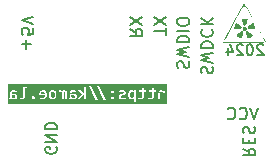
<source format=gbr>
%TF.GenerationSoftware,KiCad,Pcbnew,8.0.0-rc2-74-g5f063dd458*%
%TF.CreationDate,2024-01-29T02:35:24+02:00*%
%TF.ProjectId,SamoProg,53616d6f-5072-46f6-972e-6b696361645f,rev?*%
%TF.SameCoordinates,Original*%
%TF.FileFunction,Legend,Bot*%
%TF.FilePolarity,Positive*%
%FSLAX46Y46*%
G04 Gerber Fmt 4.6, Leading zero omitted, Abs format (unit mm)*
G04 Created by KiCad (PCBNEW 8.0.0-rc2-74-g5f063dd458) date 2024-01-29 02:35:24*
%MOMM*%
%LPD*%
G01*
G04 APERTURE LIST*
%ADD10C,0.000000*%
%ADD11C,0.150000*%
%ADD12C,0.250000*%
G04 APERTURE END LIST*
D10*
G36*
X146453246Y-34774463D02*
G01*
X146463053Y-34777443D01*
X146472467Y-34781952D01*
X146481725Y-34787888D01*
X146488763Y-34793116D01*
X146495325Y-34798251D01*
X146501408Y-34803345D01*
X146507012Y-34808448D01*
X146512136Y-34813614D01*
X146516777Y-34818894D01*
X146520936Y-34824339D01*
X146524610Y-34830001D01*
X146527798Y-34835932D01*
X146530499Y-34842183D01*
X146532712Y-34848806D01*
X146534435Y-34855853D01*
X146535668Y-34863375D01*
X146536408Y-34871425D01*
X146536654Y-34880053D01*
X146536406Y-34889312D01*
X146535662Y-34899253D01*
X146534420Y-34909927D01*
X146532679Y-34921387D01*
X146530439Y-34933685D01*
X146527697Y-34946871D01*
X146524453Y-34960997D01*
X146520705Y-34976116D01*
X146516452Y-34992279D01*
X146511692Y-35009537D01*
X146506425Y-35027942D01*
X146494362Y-35068401D01*
X146480252Y-35114070D01*
X146464086Y-35165360D01*
X146443705Y-35225298D01*
X146434057Y-35251688D01*
X146424730Y-35275769D01*
X146415691Y-35297596D01*
X146406912Y-35317227D01*
X146398359Y-35334719D01*
X146390003Y-35350128D01*
X146381812Y-35363511D01*
X146373756Y-35374926D01*
X146365803Y-35384428D01*
X146357922Y-35392075D01*
X146350083Y-35397924D01*
X146342254Y-35402032D01*
X146334404Y-35404454D01*
X146326503Y-35405249D01*
X146319593Y-35404660D01*
X146311490Y-35402936D01*
X146292059Y-35396333D01*
X146268917Y-35385948D01*
X146242773Y-35372287D01*
X146214335Y-35355855D01*
X146184310Y-35337160D01*
X146153407Y-35316709D01*
X146122333Y-35295006D01*
X146091796Y-35272560D01*
X146062505Y-35249875D01*
X146035168Y-35227460D01*
X146010491Y-35205820D01*
X145989184Y-35185461D01*
X145971954Y-35166890D01*
X145959510Y-35150613D01*
X145955303Y-35143494D01*
X145952559Y-35137138D01*
X145952215Y-35134929D01*
X145952498Y-35132280D01*
X145953394Y-35129205D01*
X145954887Y-35125721D01*
X145956965Y-35121841D01*
X145959612Y-35117581D01*
X145966559Y-35107979D01*
X145975615Y-35097033D01*
X145986665Y-35084862D01*
X145999596Y-35071586D01*
X146014295Y-35057322D01*
X146030647Y-35042190D01*
X146048539Y-35026309D01*
X146067857Y-35009798D01*
X146088488Y-34992775D01*
X146110318Y-34975359D01*
X146133233Y-34957669D01*
X146157120Y-34939825D01*
X146181864Y-34921944D01*
X146251469Y-34872197D01*
X146281284Y-34851529D01*
X146308092Y-34833529D01*
X146332131Y-34818091D01*
X146353637Y-34805114D01*
X146372848Y-34794492D01*
X146390003Y-34786124D01*
X146405339Y-34779906D01*
X146419093Y-34775734D01*
X146431504Y-34773505D01*
X146442810Y-34773116D01*
X146453246Y-34774463D01*
G37*
G36*
X145939747Y-34068457D02*
G01*
X145941650Y-34069157D01*
X145947198Y-34071901D01*
X145954958Y-34076360D01*
X145964796Y-34082443D01*
X145990165Y-34099103D01*
X146022232Y-34121138D01*
X146059922Y-34147803D01*
X146102159Y-34178354D01*
X146147868Y-34212047D01*
X146195975Y-34248138D01*
X146262500Y-34300000D01*
X146290334Y-34322467D01*
X146314762Y-34342892D01*
X146335945Y-34361477D01*
X146354043Y-34378425D01*
X146369216Y-34393935D01*
X146381624Y-34408211D01*
X146391428Y-34421453D01*
X146398788Y-34433863D01*
X146403863Y-34445643D01*
X146405595Y-34451359D01*
X146406815Y-34456993D01*
X146407544Y-34462571D01*
X146407803Y-34468117D01*
X146406987Y-34479214D01*
X146404528Y-34490487D01*
X146400586Y-34502138D01*
X146398554Y-34508248D01*
X146396396Y-34514018D01*
X146394072Y-34519461D01*
X146391540Y-34524586D01*
X146388756Y-34529407D01*
X146385680Y-34533935D01*
X146382270Y-34538180D01*
X146378483Y-34542156D01*
X146374277Y-34545874D01*
X146369611Y-34549344D01*
X146364442Y-34552580D01*
X146358729Y-34555592D01*
X146352429Y-34558392D01*
X146345500Y-34560992D01*
X146337901Y-34563404D01*
X146329590Y-34565638D01*
X146320524Y-34567707D01*
X146310662Y-34569622D01*
X146299961Y-34571396D01*
X146288380Y-34573038D01*
X146275876Y-34574562D01*
X146262408Y-34575979D01*
X146247934Y-34577300D01*
X146232411Y-34578537D01*
X146198052Y-34580805D01*
X146158996Y-34582877D01*
X146114906Y-34584846D01*
X146065448Y-34586805D01*
X145755003Y-34597388D01*
X145779698Y-34456277D01*
X145784581Y-34427424D01*
X145791149Y-34396773D01*
X145799185Y-34364841D01*
X145808471Y-34332143D01*
X145818791Y-34299198D01*
X145829927Y-34266521D01*
X145841663Y-34234630D01*
X145853781Y-34204041D01*
X145866064Y-34175271D01*
X145878296Y-34148837D01*
X145890259Y-34125255D01*
X145901737Y-34105043D01*
X145912511Y-34088716D01*
X145922366Y-34076793D01*
X145926881Y-34072644D01*
X145931084Y-34069789D01*
X145934949Y-34068293D01*
X145938448Y-34068221D01*
X145939747Y-34068457D01*
G37*
G36*
X146727381Y-33715719D02*
G01*
X146793879Y-33719192D01*
X146822546Y-33721796D01*
X146847064Y-33724980D01*
X146866610Y-33728742D01*
X146880364Y-33733083D01*
X146882555Y-33734343D01*
X146884498Y-33736139D01*
X146886193Y-33738469D01*
X146887640Y-33741330D01*
X146888839Y-33744721D01*
X146889790Y-33748640D01*
X146890493Y-33753084D01*
X146890947Y-33758053D01*
X146891154Y-33763543D01*
X146891113Y-33769553D01*
X146890286Y-33783126D01*
X146888467Y-33798756D01*
X146885656Y-33816426D01*
X146881852Y-33836123D01*
X146877057Y-33857829D01*
X146871269Y-33881531D01*
X146864489Y-33907211D01*
X146856717Y-33934856D01*
X146847953Y-33964448D01*
X146838196Y-33995973D01*
X146827447Y-34029416D01*
X146799894Y-34115481D01*
X146777011Y-34182158D01*
X146766818Y-34208987D01*
X146757188Y-34231884D01*
X146747920Y-34251153D01*
X146738812Y-34267100D01*
X146729663Y-34280028D01*
X146720271Y-34290244D01*
X146710434Y-34298051D01*
X146699951Y-34303756D01*
X146688621Y-34307662D01*
X146676242Y-34310074D01*
X146662613Y-34311298D01*
X146647531Y-34311638D01*
X146633030Y-34311299D01*
X146626277Y-34310818D01*
X146619825Y-34310081D01*
X146613650Y-34309049D01*
X146607727Y-34307685D01*
X146602033Y-34305951D01*
X146596543Y-34303811D01*
X146591235Y-34301226D01*
X146586083Y-34298159D01*
X146581065Y-34294573D01*
X146576155Y-34290430D01*
X146571331Y-34285693D01*
X146566568Y-34280324D01*
X146561843Y-34274286D01*
X146557131Y-34267541D01*
X146552409Y-34260052D01*
X146547653Y-34251781D01*
X146542839Y-34242692D01*
X146537942Y-34232745D01*
X146532940Y-34221905D01*
X146527808Y-34210134D01*
X146522522Y-34197393D01*
X146517058Y-34183646D01*
X146505502Y-34152983D01*
X146492949Y-34117845D01*
X146479208Y-34077931D01*
X146464086Y-34032944D01*
X146438255Y-33952776D01*
X146418832Y-33888360D01*
X146411458Y-33861503D01*
X146405609Y-33837917D01*
X146401259Y-33817380D01*
X146398382Y-33799669D01*
X146396951Y-33784563D01*
X146396941Y-33771840D01*
X146398327Y-33761276D01*
X146401082Y-33752651D01*
X146405181Y-33745741D01*
X146410598Y-33740324D01*
X146417306Y-33736179D01*
X146425281Y-33733083D01*
X146439655Y-33728742D01*
X146459739Y-33724980D01*
X146484711Y-33721796D01*
X146513751Y-33719192D01*
X146580744Y-33715719D01*
X146654145Y-33714562D01*
X146727381Y-33715719D01*
G37*
G36*
X146697974Y-34426383D02*
G01*
X146708172Y-34427751D01*
X146718086Y-34429543D01*
X146727670Y-34431763D01*
X146736876Y-34434419D01*
X146745658Y-34437514D01*
X146753970Y-34441056D01*
X146761766Y-34445051D01*
X146768998Y-34449503D01*
X146775620Y-34454419D01*
X146781586Y-34459805D01*
X146791763Y-34471018D01*
X146800494Y-34482783D01*
X146807820Y-34495032D01*
X146813784Y-34507698D01*
X146818428Y-34520713D01*
X146821793Y-34534010D01*
X146823922Y-34547519D01*
X146824857Y-34561173D01*
X146824639Y-34574905D01*
X146823311Y-34588647D01*
X146820914Y-34602331D01*
X146817491Y-34615888D01*
X146813084Y-34629252D01*
X146807734Y-34642354D01*
X146801483Y-34655127D01*
X146794375Y-34667503D01*
X146786449Y-34679413D01*
X146777749Y-34690791D01*
X146768317Y-34701568D01*
X146758194Y-34711676D01*
X146747423Y-34721048D01*
X146736045Y-34729615D01*
X146724102Y-34737311D01*
X146711637Y-34744067D01*
X146698691Y-34749815D01*
X146685307Y-34754487D01*
X146671526Y-34758016D01*
X146657391Y-34760334D01*
X146642942Y-34761373D01*
X146628224Y-34761065D01*
X146613276Y-34759343D01*
X146598142Y-34756138D01*
X146588687Y-34753467D01*
X146579513Y-34750105D01*
X146570633Y-34746085D01*
X146562058Y-34741441D01*
X146553801Y-34736205D01*
X146545874Y-34730411D01*
X146538289Y-34724090D01*
X146531059Y-34717277D01*
X146524196Y-34710004D01*
X146517712Y-34702304D01*
X146511619Y-34694210D01*
X146505931Y-34685755D01*
X146500658Y-34676971D01*
X146495813Y-34667893D01*
X146491409Y-34658552D01*
X146487458Y-34648982D01*
X146483972Y-34639215D01*
X146480963Y-34629285D01*
X146478444Y-34619225D01*
X146476427Y-34609067D01*
X146474924Y-34598844D01*
X146473947Y-34588590D01*
X146473509Y-34578337D01*
X146473622Y-34568119D01*
X146474299Y-34557967D01*
X146475551Y-34547916D01*
X146477391Y-34537997D01*
X146479830Y-34528245D01*
X146482883Y-34518692D01*
X146486560Y-34509370D01*
X146490873Y-34500314D01*
X146495836Y-34491555D01*
X146500521Y-34485086D01*
X146505944Y-34478912D01*
X146512060Y-34473039D01*
X146518822Y-34467474D01*
X146526183Y-34462220D01*
X146534098Y-34457286D01*
X146542518Y-34452675D01*
X146551399Y-34448395D01*
X146560693Y-34444450D01*
X146570354Y-34440847D01*
X146590590Y-34434690D01*
X146611736Y-34429969D01*
X146633420Y-34426732D01*
X146655269Y-34425024D01*
X146676911Y-34424892D01*
X146697974Y-34426383D01*
G37*
G36*
X146861124Y-34772378D02*
G01*
X146867252Y-34773069D01*
X146873638Y-34774206D01*
X146880309Y-34775803D01*
X146887290Y-34777869D01*
X146894606Y-34780417D01*
X146902284Y-34783459D01*
X146910350Y-34787006D01*
X146918830Y-34791070D01*
X146927748Y-34795662D01*
X146937132Y-34800794D01*
X146947006Y-34806478D01*
X146968331Y-34819547D01*
X146991930Y-34834962D01*
X147018010Y-34852816D01*
X147046776Y-34873203D01*
X147078437Y-34896214D01*
X147113198Y-34921944D01*
X147159755Y-34957695D01*
X147200234Y-34989840D01*
X147234679Y-35018822D01*
X147249650Y-35032265D01*
X147263128Y-35045085D01*
X147275118Y-35057337D01*
X147285625Y-35069075D01*
X147294653Y-35080356D01*
X147302209Y-35091236D01*
X147308298Y-35101769D01*
X147312924Y-35112011D01*
X147316092Y-35122019D01*
X147317809Y-35131847D01*
X147318078Y-35141550D01*
X147316906Y-35151186D01*
X147314297Y-35160808D01*
X147310257Y-35170473D01*
X147304790Y-35180236D01*
X147297903Y-35190153D01*
X147289599Y-35200279D01*
X147279885Y-35210670D01*
X147268765Y-35221382D01*
X147256245Y-35232469D01*
X147227023Y-35255994D01*
X147192262Y-35281689D01*
X147152003Y-35309999D01*
X147115648Y-35334614D01*
X147083080Y-35355440D01*
X147053955Y-35372329D01*
X147040574Y-35379250D01*
X147027925Y-35385130D01*
X147015962Y-35389951D01*
X147004643Y-35393694D01*
X146993926Y-35396340D01*
X146983765Y-35397870D01*
X146974119Y-35398266D01*
X146964944Y-35397509D01*
X146956196Y-35395580D01*
X146947833Y-35392461D01*
X146939811Y-35388133D01*
X146932086Y-35382576D01*
X146924616Y-35375773D01*
X146917358Y-35367705D01*
X146910267Y-35358352D01*
X146903301Y-35347696D01*
X146896416Y-35335719D01*
X146889569Y-35322402D01*
X146882718Y-35307725D01*
X146875817Y-35291670D01*
X146861699Y-35255353D01*
X146846867Y-35213300D01*
X146830975Y-35165360D01*
X146799687Y-35066948D01*
X146787327Y-35025702D01*
X146777122Y-34989247D01*
X146769045Y-34957195D01*
X146763072Y-34929158D01*
X146759177Y-34904748D01*
X146757333Y-34883579D01*
X146757515Y-34865262D01*
X146759696Y-34849411D01*
X146763852Y-34835636D01*
X146769956Y-34823552D01*
X146777982Y-34812769D01*
X146787905Y-34802902D01*
X146799698Y-34793561D01*
X146813336Y-34784360D01*
X146818302Y-34781551D01*
X146823293Y-34779084D01*
X146828335Y-34776971D01*
X146833456Y-34775224D01*
X146838679Y-34773854D01*
X146844032Y-34772873D01*
X146849540Y-34772292D01*
X146855229Y-34772123D01*
X146861124Y-34772378D01*
G37*
G36*
X147364403Y-34064858D02*
G01*
X147365276Y-34065344D01*
X147366285Y-34066144D01*
X147367425Y-34067250D01*
X147370080Y-34070344D01*
X147373206Y-34074560D01*
X147376765Y-34079831D01*
X147380723Y-34086088D01*
X147385042Y-34093265D01*
X147389687Y-34101294D01*
X147394621Y-34110109D01*
X147399809Y-34119643D01*
X147410799Y-34140596D01*
X147422367Y-34163616D01*
X147434225Y-34188166D01*
X147446393Y-34215603D01*
X147458810Y-34246925D01*
X147471060Y-34281059D01*
X147482732Y-34316930D01*
X147493412Y-34353462D01*
X147502686Y-34389580D01*
X147506667Y-34407148D01*
X147510141Y-34424210D01*
X147513058Y-34440631D01*
X147515364Y-34456277D01*
X147540059Y-34597388D01*
X147229614Y-34586805D01*
X147136066Y-34582877D01*
X147062651Y-34578537D01*
X147032654Y-34575979D01*
X147006682Y-34573038D01*
X146984400Y-34569622D01*
X146965472Y-34565638D01*
X146949561Y-34560992D01*
X146936333Y-34555592D01*
X146925451Y-34549344D01*
X146916579Y-34542156D01*
X146909381Y-34533935D01*
X146903522Y-34524586D01*
X146898665Y-34514018D01*
X146894475Y-34502138D01*
X146892329Y-34496253D01*
X146890536Y-34490487D01*
X146889117Y-34484816D01*
X146888095Y-34479214D01*
X146887491Y-34473656D01*
X146887328Y-34468117D01*
X146887628Y-34462571D01*
X146888412Y-34456993D01*
X146889702Y-34451359D01*
X146891521Y-34445643D01*
X146893890Y-34439819D01*
X146896832Y-34433863D01*
X146900367Y-34427749D01*
X146904519Y-34421453D01*
X146909310Y-34414949D01*
X146914760Y-34408211D01*
X146920892Y-34401215D01*
X146927729Y-34393935D01*
X146935292Y-34386347D01*
X146943602Y-34378425D01*
X146952683Y-34370143D01*
X146962555Y-34361477D01*
X146984764Y-34342892D01*
X147010404Y-34322467D01*
X147039652Y-34300000D01*
X147072681Y-34275291D01*
X147109670Y-34248138D01*
X147204920Y-34176315D01*
X147284295Y-34118051D01*
X147315549Y-34095761D01*
X147339857Y-34078970D01*
X147356228Y-34068380D01*
X147361127Y-34065630D01*
X147363670Y-34064694D01*
X147364403Y-34064858D01*
G37*
G36*
X148474920Y-35726277D02*
G01*
X148473201Y-35727920D01*
X148466796Y-35729540D01*
X148440359Y-35732706D01*
X148336013Y-35738679D01*
X148168830Y-35744074D01*
X147945753Y-35748767D01*
X147359701Y-35755546D01*
X146633420Y-35758027D01*
X145323291Y-35753617D01*
X144924377Y-35749097D01*
X144777808Y-35743916D01*
X144797302Y-35708638D01*
X144848364Y-35708638D01*
X144884841Y-35711270D01*
X144989365Y-35713819D01*
X145373121Y-35718339D01*
X145940763Y-35721537D01*
X146633420Y-35722749D01*
X147326352Y-35720269D01*
X147890632Y-35713489D01*
X148269041Y-35703401D01*
X148370664Y-35697428D01*
X148404364Y-35690999D01*
X148109629Y-35148438D01*
X147501694Y-34062489D01*
X146899712Y-32999691D01*
X146622836Y-32526583D01*
X146601118Y-32561530D01*
X146546328Y-32656669D01*
X146352079Y-33001069D01*
X145726781Y-34121138D01*
X145106333Y-35237680D01*
X144848364Y-35708638D01*
X144797302Y-35708638D01*
X145695472Y-34083215D01*
X146626364Y-32417221D01*
X146646401Y-32448337D01*
X146701330Y-32542457D01*
X146900649Y-32892589D01*
X147193895Y-33413378D01*
X147550642Y-34050582D01*
X148455461Y-35690999D01*
X148474920Y-35726277D01*
G37*
D11*
X148205357Y-35994271D02*
X148162500Y-35951414D01*
X148162500Y-35951414D02*
X148076786Y-35908557D01*
X148076786Y-35908557D02*
X147862500Y-35908557D01*
X147862500Y-35908557D02*
X147776786Y-35951414D01*
X147776786Y-35951414D02*
X147733928Y-35994271D01*
X147733928Y-35994271D02*
X147691071Y-36079985D01*
X147691071Y-36079985D02*
X147691071Y-36165700D01*
X147691071Y-36165700D02*
X147733928Y-36294271D01*
X147733928Y-36294271D02*
X148248214Y-36808557D01*
X148248214Y-36808557D02*
X147691071Y-36808557D01*
X147133928Y-35908557D02*
X147048214Y-35908557D01*
X147048214Y-35908557D02*
X146962500Y-35951414D01*
X146962500Y-35951414D02*
X146919643Y-35994271D01*
X146919643Y-35994271D02*
X146876785Y-36079985D01*
X146876785Y-36079985D02*
X146833928Y-36251414D01*
X146833928Y-36251414D02*
X146833928Y-36465700D01*
X146833928Y-36465700D02*
X146876785Y-36637128D01*
X146876785Y-36637128D02*
X146919643Y-36722842D01*
X146919643Y-36722842D02*
X146962500Y-36765700D01*
X146962500Y-36765700D02*
X147048214Y-36808557D01*
X147048214Y-36808557D02*
X147133928Y-36808557D01*
X147133928Y-36808557D02*
X147219643Y-36765700D01*
X147219643Y-36765700D02*
X147262500Y-36722842D01*
X147262500Y-36722842D02*
X147305357Y-36637128D01*
X147305357Y-36637128D02*
X147348214Y-36465700D01*
X147348214Y-36465700D02*
X147348214Y-36251414D01*
X147348214Y-36251414D02*
X147305357Y-36079985D01*
X147305357Y-36079985D02*
X147262500Y-35994271D01*
X147262500Y-35994271D02*
X147219643Y-35951414D01*
X147219643Y-35951414D02*
X147133928Y-35908557D01*
X146491071Y-35994271D02*
X146448214Y-35951414D01*
X146448214Y-35951414D02*
X146362500Y-35908557D01*
X146362500Y-35908557D02*
X146148214Y-35908557D01*
X146148214Y-35908557D02*
X146062500Y-35951414D01*
X146062500Y-35951414D02*
X146019642Y-35994271D01*
X146019642Y-35994271D02*
X145976785Y-36079985D01*
X145976785Y-36079985D02*
X145976785Y-36165700D01*
X145976785Y-36165700D02*
X146019642Y-36294271D01*
X146019642Y-36294271D02*
X146533928Y-36808557D01*
X146533928Y-36808557D02*
X145976785Y-36808557D01*
X145205357Y-36208557D02*
X145205357Y-36808557D01*
X145419642Y-35865700D02*
X145633928Y-36508557D01*
X145633928Y-36508557D02*
X145076785Y-36508557D01*
D12*
G36*
X130438843Y-39900158D02*
G01*
X130481830Y-39923789D01*
X130518710Y-39958105D01*
X130549729Y-39998039D01*
X130549729Y-40343886D01*
X130516610Y-40382878D01*
X130486470Y-40405191D01*
X130439402Y-40422934D01*
X130403428Y-40426441D01*
X130353496Y-40418908D01*
X130309229Y-40393509D01*
X130283016Y-40362693D01*
X130261249Y-40315481D01*
X130249640Y-40267098D01*
X130243714Y-40217024D01*
X130241739Y-40159727D01*
X130243053Y-40109360D01*
X130247594Y-40059968D01*
X130257326Y-40009827D01*
X130258347Y-40006099D01*
X130277231Y-39957663D01*
X130307196Y-39919637D01*
X130351885Y-39896796D01*
X130389506Y-39892281D01*
X130438843Y-39900158D01*
G37*
G36*
X137152590Y-39900158D02*
G01*
X137195577Y-39923789D01*
X137232458Y-39958105D01*
X137263476Y-39998039D01*
X137263476Y-40343886D01*
X137230358Y-40382878D01*
X137200218Y-40405191D01*
X137153150Y-40422934D01*
X137117175Y-40426441D01*
X137067243Y-40418908D01*
X137022976Y-40393509D01*
X136996763Y-40362693D01*
X136974996Y-40315481D01*
X136963387Y-40267098D01*
X136957461Y-40217024D01*
X136955486Y-40159727D01*
X136956800Y-40109360D01*
X136961341Y-40059968D01*
X136971073Y-40009827D01*
X136972095Y-40006099D01*
X136990978Y-39957663D01*
X137020943Y-39919637D01*
X137065632Y-39896796D01*
X137103253Y-39892281D01*
X137152590Y-39900158D01*
G37*
G36*
X127076932Y-40176687D02*
G01*
X127125322Y-40184791D01*
X127170927Y-40202619D01*
X127183818Y-40211263D01*
X127216209Y-40248649D01*
X127230461Y-40296694D01*
X127231202Y-40312379D01*
X127224225Y-40361323D01*
X127199450Y-40402260D01*
X127154069Y-40427342D01*
X127105416Y-40433279D01*
X127055433Y-40426179D01*
X127012360Y-40408122D01*
X126971144Y-40377897D01*
X126938843Y-40337536D01*
X126938843Y-40174382D01*
X127025549Y-40174382D01*
X127076932Y-40176687D01*
G37*
G36*
X129612207Y-39894781D02*
G01*
X129656548Y-39916935D01*
X129682178Y-39939909D01*
X129710357Y-39982966D01*
X129727759Y-40034181D01*
X129736048Y-40083430D01*
X129737866Y-40103796D01*
X129395437Y-40103796D01*
X129399055Y-40054672D01*
X129409147Y-40006634D01*
X129430139Y-39958311D01*
X129440134Y-39943572D01*
X129476908Y-39909340D01*
X129523848Y-39890908D01*
X129560790Y-39887397D01*
X129612207Y-39894781D01*
G37*
G36*
X132112242Y-40176687D02*
G01*
X132160632Y-40184791D01*
X132206238Y-40202619D01*
X132219129Y-40211263D01*
X132251520Y-40248649D01*
X132265772Y-40296694D01*
X132266512Y-40312379D01*
X132259535Y-40361323D01*
X132234760Y-40402260D01*
X132189380Y-40427342D01*
X132140727Y-40433279D01*
X132090743Y-40426179D01*
X132047670Y-40408122D01*
X132006454Y-40377897D01*
X131974153Y-40337536D01*
X131974153Y-40174382D01*
X132060860Y-40174382D01*
X132112242Y-40176687D01*
G37*
G36*
X140062936Y-40956639D02*
G01*
X126603794Y-40956639D01*
X126603794Y-40441828D01*
X126728794Y-40441828D01*
X126763721Y-40548318D01*
X126811631Y-40538554D01*
X126857754Y-40518276D01*
X126895767Y-40483620D01*
X126917105Y-40445980D01*
X126953635Y-40483304D01*
X126997340Y-40512323D01*
X127019931Y-40522916D01*
X127067845Y-40538693D01*
X127118163Y-40547188D01*
X127153044Y-40548806D01*
X127206075Y-40544853D01*
X127258801Y-40530953D01*
X127304186Y-40507045D01*
X127304489Y-40506796D01*
X127595123Y-40506796D01*
X127642255Y-40526145D01*
X127676212Y-40536106D01*
X127727503Y-40545631D01*
X127777993Y-40548757D01*
X127785633Y-40548806D01*
X127838237Y-40544898D01*
X127890044Y-40531160D01*
X127934047Y-40507529D01*
X127959045Y-40486280D01*
X127988916Y-40447301D01*
X128003793Y-40413007D01*
X128597496Y-40413007D01*
X128605923Y-40461283D01*
X128615326Y-40481395D01*
X128647769Y-40519297D01*
X128664174Y-40530488D01*
X128712324Y-40547357D01*
X128733295Y-40548806D01*
X128782001Y-40540148D01*
X128801927Y-40530488D01*
X128839478Y-40497819D01*
X128850532Y-40481395D01*
X128866951Y-40433426D01*
X128868361Y-40413007D01*
X128859934Y-40364637D01*
X128850532Y-40344863D01*
X128818214Y-40307411D01*
X128801927Y-40296259D01*
X128754030Y-40279390D01*
X128733295Y-40277941D01*
X128684148Y-40286599D01*
X128664174Y-40296259D01*
X128626398Y-40328675D01*
X128615326Y-40344863D01*
X128598906Y-40392410D01*
X128597496Y-40413007D01*
X128003793Y-40413007D01*
X128009011Y-40400980D01*
X128019330Y-40347318D01*
X128020839Y-40314333D01*
X128020839Y-40140921D01*
X129243518Y-40140921D01*
X129244740Y-40178290D01*
X129247182Y-40210774D01*
X129737133Y-40210774D01*
X129731120Y-40259538D01*
X129717166Y-40308685D01*
X129704893Y-40334361D01*
X129675491Y-40373659D01*
X129635847Y-40403274D01*
X129633086Y-40404703D01*
X129586435Y-40421556D01*
X129535389Y-40427173D01*
X129486151Y-40423470D01*
X129437654Y-40411357D01*
X129434760Y-40410321D01*
X129388354Y-40389987D01*
X129344405Y-40364603D01*
X129341460Y-40362693D01*
X129273560Y-40456482D01*
X129315017Y-40485620D01*
X129361350Y-40510017D01*
X129394949Y-40523649D01*
X129443653Y-40537972D01*
X129494723Y-40546349D01*
X129543204Y-40548806D01*
X129598403Y-40545753D01*
X129649206Y-40536594D01*
X129695612Y-40521329D01*
X129737622Y-40499958D01*
X129779258Y-40469310D01*
X129814867Y-40432595D01*
X129844448Y-40389814D01*
X129858278Y-40363426D01*
X129876336Y-40317997D01*
X129889235Y-40269148D01*
X129896975Y-40216880D01*
X129899555Y-40161193D01*
X129899452Y-40158995D01*
X130077119Y-40158995D01*
X130077146Y-40159727D01*
X130079134Y-40213781D01*
X130085179Y-40265546D01*
X130095254Y-40314287D01*
X130109359Y-40360006D01*
X130129967Y-40406608D01*
X130158666Y-40451364D01*
X130193470Y-40488726D01*
X130205102Y-40498492D01*
X130247621Y-40525025D01*
X130296102Y-40541731D01*
X130344833Y-40548364D01*
X130362151Y-40548806D01*
X130410864Y-40544891D01*
X130461269Y-40530828D01*
X130506057Y-40506537D01*
X130545228Y-40472019D01*
X130549729Y-40466985D01*
X130549729Y-40814298D01*
X130706533Y-40831639D01*
X130706533Y-40530000D01*
X130888494Y-40530000D01*
X131027712Y-40530000D01*
X131027712Y-40002191D01*
X131029727Y-39952304D01*
X131035772Y-39918904D01*
X131077538Y-39893747D01*
X131126151Y-39907387D01*
X131131271Y-39910355D01*
X131169231Y-39943939D01*
X131186714Y-39966531D01*
X131186714Y-40530000D01*
X131313232Y-40530000D01*
X131313232Y-40002191D01*
X131315247Y-39952304D01*
X131321292Y-39918904D01*
X131363058Y-39893747D01*
X131410555Y-39906463D01*
X131417280Y-39910355D01*
X131454799Y-39943939D01*
X131472234Y-39966531D01*
X131472234Y-40530000D01*
X131612185Y-40530000D01*
X131612185Y-40441828D01*
X131764105Y-40441828D01*
X131799031Y-40548318D01*
X131846941Y-40538554D01*
X131893065Y-40518276D01*
X131931078Y-40483620D01*
X131952416Y-40445980D01*
X131988946Y-40483304D01*
X132032650Y-40512323D01*
X132055242Y-40522916D01*
X132103156Y-40538693D01*
X132153473Y-40547188D01*
X132188354Y-40548806D01*
X132241386Y-40544853D01*
X132294112Y-40530953D01*
X132295921Y-40530000D01*
X132541774Y-40530000D01*
X132733504Y-40530000D01*
X133051264Y-40125289D01*
X132755975Y-39790921D01*
X132573037Y-39790921D01*
X132871990Y-40121137D01*
X132541774Y-40530000D01*
X132295921Y-40530000D01*
X132339497Y-40507045D01*
X132365675Y-40485547D01*
X132397317Y-40446815D01*
X132418603Y-40401784D01*
X132429534Y-40350455D01*
X132431132Y-40319218D01*
X132425453Y-40264202D01*
X132408417Y-40215903D01*
X132380024Y-40174321D01*
X132340273Y-40139455D01*
X132296664Y-40114902D01*
X132245552Y-40096379D01*
X132195769Y-40085302D01*
X132140474Y-40078656D01*
X132090184Y-40076502D01*
X132079666Y-40076441D01*
X131974153Y-40076441D01*
X131974153Y-40028080D01*
X131981248Y-39976704D01*
X132007065Y-39933753D01*
X132017140Y-39925254D01*
X132061532Y-39903716D01*
X132110373Y-39894855D01*
X132138529Y-39893747D01*
X132190030Y-39897468D01*
X132226700Y-39903272D01*
X132276317Y-39914228D01*
X132324563Y-39928520D01*
X132335144Y-39932093D01*
X132373735Y-39821695D01*
X132326393Y-39805512D01*
X132275537Y-39791545D01*
X132237936Y-39783593D01*
X132189484Y-39776003D01*
X132140095Y-39771733D01*
X132114837Y-39771137D01*
X132061803Y-39773455D01*
X132006637Y-39782021D01*
X131958694Y-39796897D01*
X131912745Y-39821627D01*
X131893309Y-39837083D01*
X131857889Y-39878039D01*
X131834061Y-39926993D01*
X131822612Y-39977224D01*
X131820036Y-40019043D01*
X131820036Y-40174382D01*
X131820036Y-40348771D01*
X131813802Y-40397247D01*
X131806847Y-40412030D01*
X131765921Y-40441207D01*
X131764105Y-40441828D01*
X131612185Y-40441828D01*
X131612185Y-39790921D01*
X131493972Y-39790921D01*
X131483469Y-39870544D01*
X131450558Y-39830671D01*
X131414837Y-39798981D01*
X131371049Y-39777255D01*
X131325200Y-39771137D01*
X131275741Y-39779342D01*
X131248996Y-39792142D01*
X131214559Y-39828193D01*
X131198438Y-39865659D01*
X131165587Y-39827618D01*
X131128585Y-39797515D01*
X131082875Y-39776933D01*
X131036017Y-39771137D01*
X130986844Y-39778293D01*
X130960546Y-39789455D01*
X130924138Y-39822829D01*
X130907789Y-39853203D01*
X130893940Y-39903789D01*
X130888965Y-39955772D01*
X130888494Y-39980453D01*
X130888494Y-40530000D01*
X130706533Y-40530000D01*
X130706533Y-39790921D01*
X130570001Y-39790921D01*
X130560232Y-39885931D01*
X130526801Y-39846936D01*
X130486243Y-39813839D01*
X130462534Y-39799958D01*
X130416442Y-39781297D01*
X130364910Y-39771841D01*
X130346031Y-39771137D01*
X130294030Y-39774943D01*
X130243502Y-39788100D01*
X130196737Y-39813426D01*
X130189227Y-39819253D01*
X130152568Y-39856811D01*
X130125854Y-39899019D01*
X130105437Y-39948908D01*
X130103742Y-39954319D01*
X130090872Y-40005762D01*
X130082969Y-40055511D01*
X130078393Y-40109046D01*
X130077119Y-40158995D01*
X129899452Y-40158995D01*
X129897021Y-40106986D01*
X129889419Y-40055741D01*
X129876748Y-40007457D01*
X129859010Y-39962135D01*
X129833323Y-39915554D01*
X129802149Y-39874731D01*
X129765489Y-39839665D01*
X129742751Y-39822672D01*
X129697842Y-39797760D01*
X129648297Y-39781001D01*
X129594116Y-39772395D01*
X129562011Y-39771137D01*
X129508690Y-39774692D01*
X129459735Y-39785356D01*
X129410462Y-39805545D01*
X129392262Y-39816078D01*
X129350989Y-39847686D01*
X129316013Y-39886641D01*
X129289918Y-39927981D01*
X129282353Y-39943084D01*
X129263580Y-39992011D01*
X129252051Y-40039913D01*
X129245377Y-40091967D01*
X129244928Y-40103796D01*
X129243518Y-40140921D01*
X128020839Y-40140921D01*
X128020839Y-39609448D01*
X128244077Y-39609448D01*
X128244077Y-39493921D01*
X127864035Y-39493921D01*
X127864035Y-40328499D01*
X127854220Y-40376576D01*
X127833016Y-40401039D01*
X127786686Y-40419300D01*
X127751927Y-40422288D01*
X127702191Y-40417612D01*
X127691355Y-40415205D01*
X127643763Y-40400818D01*
X127635179Y-40397620D01*
X127595123Y-40506796D01*
X127304489Y-40506796D01*
X127330364Y-40485547D01*
X127362006Y-40446815D01*
X127383292Y-40401784D01*
X127394223Y-40350455D01*
X127395821Y-40319218D01*
X127390143Y-40264202D01*
X127373107Y-40215903D01*
X127344713Y-40174321D01*
X127304963Y-40139455D01*
X127261354Y-40114902D01*
X127210241Y-40096379D01*
X127160459Y-40085302D01*
X127105164Y-40078656D01*
X127054873Y-40076502D01*
X127044356Y-40076441D01*
X126938843Y-40076441D01*
X126938843Y-40028080D01*
X126945937Y-39976704D01*
X126971755Y-39933753D01*
X126981830Y-39925254D01*
X127026222Y-39903716D01*
X127075063Y-39894855D01*
X127103218Y-39893747D01*
X127154719Y-39897468D01*
X127191390Y-39903272D01*
X127241007Y-39914228D01*
X127289252Y-39928520D01*
X127299834Y-39932093D01*
X127338424Y-39821695D01*
X127291082Y-39805512D01*
X127240226Y-39791545D01*
X127202625Y-39783593D01*
X127154173Y-39776003D01*
X127104785Y-39771733D01*
X127079527Y-39771137D01*
X127026493Y-39773455D01*
X126971326Y-39782021D01*
X126923383Y-39796897D01*
X126877435Y-39821627D01*
X126857998Y-39837083D01*
X126822578Y-39878039D01*
X126798750Y-39926993D01*
X126787302Y-39977224D01*
X126784726Y-40019043D01*
X126784726Y-40174382D01*
X126784726Y-40348771D01*
X126778492Y-40397247D01*
X126771536Y-40412030D01*
X126730610Y-40441207D01*
X126728794Y-40441828D01*
X126603794Y-40441828D01*
X126603794Y-39476580D01*
X133062500Y-39476580D01*
X133062500Y-40530000D01*
X133219303Y-40530000D01*
X133219303Y-39493921D01*
X133062500Y-39476580D01*
X126603794Y-39476580D01*
X126603794Y-39451179D01*
X133478934Y-39451179D01*
X134072688Y-40678988D01*
X134197252Y-40623056D01*
X133630282Y-39451179D01*
X134178934Y-39451179D01*
X134772688Y-40678988D01*
X134897252Y-40623056D01*
X134800118Y-40422288D01*
X135321013Y-40422288D01*
X135330050Y-40470954D01*
X135357161Y-40511926D01*
X135397705Y-40539586D01*
X135447042Y-40548806D01*
X135496074Y-40539586D01*
X135536680Y-40511926D01*
X135563974Y-40470954D01*
X135573072Y-40422288D01*
X135562801Y-40371928D01*
X135536680Y-40334361D01*
X135514450Y-40319218D01*
X135986086Y-40319218D01*
X135991512Y-40370692D01*
X136009808Y-40419012D01*
X136032004Y-40449888D01*
X136070346Y-40484246D01*
X136112675Y-40509163D01*
X136152416Y-40524870D01*
X136200024Y-40537493D01*
X136249731Y-40545440D01*
X136301537Y-40548713D01*
X136312151Y-40548806D01*
X136361930Y-40546959D01*
X136413736Y-40540465D01*
X136466086Y-40527767D01*
X136490204Y-40519253D01*
X136538787Y-40496978D01*
X136581771Y-40471124D01*
X136615989Y-40444515D01*
X136532702Y-40349504D01*
X136492277Y-40377587D01*
X136447083Y-40400715D01*
X136433295Y-40406413D01*
X136386319Y-40420645D01*
X136336279Y-40427622D01*
X136312151Y-40428394D01*
X136261272Y-40424719D01*
X136212679Y-40411142D01*
X136195403Y-40402260D01*
X136160249Y-40366325D01*
X136151927Y-40329720D01*
X136163090Y-40281120D01*
X136164628Y-40278429D01*
X136201638Y-40245921D01*
X136214942Y-40239106D01*
X136262569Y-40220849D01*
X136311113Y-40206595D01*
X136329736Y-40201737D01*
X136377668Y-40187831D01*
X136425153Y-40170818D01*
X136452406Y-40158995D01*
X136790867Y-40158995D01*
X136790894Y-40159727D01*
X136792882Y-40213781D01*
X136798927Y-40265546D01*
X136809002Y-40314287D01*
X136823107Y-40360006D01*
X136843715Y-40406608D01*
X136872413Y-40451364D01*
X136907218Y-40488726D01*
X136918850Y-40498492D01*
X136961368Y-40525025D01*
X137009849Y-40541731D01*
X137058581Y-40548364D01*
X137075898Y-40548806D01*
X137124611Y-40544891D01*
X137175017Y-40530828D01*
X137219805Y-40506537D01*
X137258975Y-40472019D01*
X137263476Y-40466985D01*
X137263476Y-40814298D01*
X137420280Y-40831639D01*
X137420280Y-40490921D01*
X137642053Y-40490921D01*
X137686688Y-40514307D01*
X137735965Y-40531684D01*
X137739506Y-40532686D01*
X137790022Y-40543706D01*
X137842408Y-40548554D01*
X137857719Y-40548806D01*
X137911076Y-40545616D01*
X137964813Y-40534155D01*
X138010826Y-40514360D01*
X138041755Y-40490921D01*
X138481271Y-40490921D01*
X138525907Y-40514307D01*
X138575183Y-40531684D01*
X138578724Y-40532686D01*
X138629240Y-40543706D01*
X138681627Y-40548554D01*
X138696938Y-40548806D01*
X138750294Y-40545616D01*
X138804031Y-40534155D01*
X138813689Y-40530000D01*
X139345647Y-40530000D01*
X139502451Y-40530000D01*
X139502451Y-40015380D01*
X139507313Y-39964403D01*
X139527852Y-39919881D01*
X139571320Y-39894903D01*
X139608941Y-39890816D01*
X139657634Y-39899017D01*
X139675863Y-39906692D01*
X139717328Y-39932803D01*
X139734726Y-39947725D01*
X139768204Y-39983932D01*
X139781132Y-40001458D01*
X139781132Y-40530000D01*
X139937936Y-40530000D01*
X139937936Y-39495387D01*
X139781132Y-39478534D01*
X139781132Y-39881046D01*
X139745297Y-39843975D01*
X139705203Y-39814460D01*
X139676107Y-39798981D01*
X139626567Y-39780953D01*
X139575978Y-39772116D01*
X139552276Y-39771137D01*
X139503458Y-39774755D01*
X139451795Y-39789452D01*
X139406977Y-39818678D01*
X139396938Y-39829023D01*
X139367736Y-39874163D01*
X139351707Y-39924767D01*
X139345847Y-39978101D01*
X139345647Y-39990956D01*
X139345647Y-40530000D01*
X138813689Y-40530000D01*
X138850044Y-40514360D01*
X138892576Y-40482128D01*
X138924927Y-40441142D01*
X138946689Y-40393471D01*
X138957146Y-40345485D01*
X138959499Y-40306029D01*
X138959499Y-39904982D01*
X139123874Y-39904982D01*
X139123874Y-39790921D01*
X138959499Y-39790921D01*
X138959499Y-39625568D01*
X138802695Y-39606762D01*
X138802695Y-39790921D01*
X138553323Y-39790921D01*
X138570908Y-39904982D01*
X138802695Y-39904982D01*
X138802695Y-40304563D01*
X138796148Y-40353726D01*
X138772897Y-40393224D01*
X138727319Y-40416725D01*
X138675200Y-40422288D01*
X138624721Y-40418081D01*
X138600462Y-40412519D01*
X138554237Y-40395348D01*
X138537936Y-40387117D01*
X138481271Y-40490921D01*
X138041755Y-40490921D01*
X138053358Y-40482128D01*
X138085708Y-40441142D01*
X138107471Y-40393471D01*
X138117928Y-40345485D01*
X138120280Y-40306029D01*
X138120280Y-39904982D01*
X138284656Y-39904982D01*
X138284656Y-39790921D01*
X138120280Y-39790921D01*
X138120280Y-39625568D01*
X137963476Y-39606762D01*
X137963476Y-39790921D01*
X137714105Y-39790921D01*
X137731690Y-39904982D01*
X137963476Y-39904982D01*
X137963476Y-40304563D01*
X137956929Y-40353726D01*
X137933679Y-40393224D01*
X137888101Y-40416725D01*
X137835982Y-40422288D01*
X137785502Y-40418081D01*
X137761243Y-40412519D01*
X137715019Y-40395348D01*
X137698717Y-40387117D01*
X137642053Y-40490921D01*
X137420280Y-40490921D01*
X137420280Y-39790921D01*
X137283749Y-39790921D01*
X137273979Y-39885931D01*
X137240548Y-39846936D01*
X137199991Y-39813839D01*
X137176282Y-39799958D01*
X137130189Y-39781297D01*
X137078658Y-39771841D01*
X137059778Y-39771137D01*
X137007777Y-39774943D01*
X136957249Y-39788100D01*
X136910484Y-39813426D01*
X136902974Y-39819253D01*
X136866316Y-39856811D01*
X136839602Y-39899019D01*
X136819184Y-39948908D01*
X136817489Y-39954319D01*
X136804620Y-40005762D01*
X136796716Y-40055511D01*
X136792140Y-40109046D01*
X136790867Y-40158995D01*
X136452406Y-40158995D01*
X136457475Y-40156796D01*
X136500792Y-40131198D01*
X136536620Y-40097234D01*
X136542472Y-40089630D01*
X136564035Y-40045727D01*
X136572249Y-39995357D01*
X136572513Y-39983384D01*
X136566628Y-39934250D01*
X136547127Y-39887286D01*
X136536854Y-39872009D01*
X136502761Y-39836779D01*
X136458430Y-39808481D01*
X136434516Y-39797759D01*
X136385736Y-39782602D01*
X136336582Y-39774283D01*
X136282849Y-39771163D01*
X136277224Y-39771137D01*
X136226754Y-39773088D01*
X136175071Y-39779834D01*
X136123566Y-39792818D01*
X136114802Y-39795806D01*
X136065664Y-39815807D01*
X136022295Y-39839174D01*
X135996589Y-39856622D01*
X136062290Y-39955296D01*
X136104819Y-39930760D01*
X136150890Y-39910731D01*
X136157301Y-39908401D01*
X136204705Y-39895879D01*
X136257158Y-39890369D01*
X136273072Y-39890083D01*
X136323218Y-39893243D01*
X136371700Y-39907287D01*
X136380539Y-39912554D01*
X136410453Y-39952425D01*
X136413023Y-39972149D01*
X136396659Y-40018066D01*
X136353868Y-40046221D01*
X136339506Y-40052260D01*
X136290535Y-40069235D01*
X136242747Y-40083730D01*
X136224712Y-40088897D01*
X136177370Y-40103306D01*
X136130727Y-40120869D01*
X136099171Y-40135303D01*
X136056782Y-40161750D01*
X136021638Y-40197556D01*
X136015884Y-40205645D01*
X135994496Y-40252374D01*
X135986552Y-40302163D01*
X135986086Y-40319218D01*
X135514450Y-40319218D01*
X135496074Y-40306700D01*
X135447042Y-40297480D01*
X135397705Y-40306700D01*
X135357161Y-40334361D01*
X135328956Y-40377423D01*
X135321013Y-40422288D01*
X134800118Y-40422288D01*
X134559646Y-39925254D01*
X135321013Y-39925254D01*
X135330050Y-39973492D01*
X135357161Y-40014647D01*
X135397705Y-40042674D01*
X135447042Y-40052016D01*
X135496074Y-40042674D01*
X135536680Y-40014647D01*
X135563974Y-39973492D01*
X135573072Y-39925254D01*
X135563729Y-39876894D01*
X135556463Y-39862240D01*
X135522975Y-39824661D01*
X135511034Y-39816810D01*
X135464231Y-39801011D01*
X135447042Y-39799958D01*
X135397705Y-39809178D01*
X135357161Y-39836838D01*
X135328956Y-39880038D01*
X135321013Y-39925254D01*
X134559646Y-39925254D01*
X134302276Y-39393293D01*
X134178934Y-39451179D01*
X133630282Y-39451179D01*
X133602276Y-39393293D01*
X133478934Y-39451179D01*
X126603794Y-39451179D01*
X126603794Y-39268293D01*
X140062936Y-39268293D01*
X140062936Y-40956639D01*
G37*
D11*
X140992800Y-37877254D02*
X140945180Y-37734397D01*
X140945180Y-37734397D02*
X140945180Y-37496302D01*
X140945180Y-37496302D02*
X140992800Y-37401064D01*
X140992800Y-37401064D02*
X141040419Y-37353445D01*
X141040419Y-37353445D02*
X141135657Y-37305826D01*
X141135657Y-37305826D02*
X141230895Y-37305826D01*
X141230895Y-37305826D02*
X141326133Y-37353445D01*
X141326133Y-37353445D02*
X141373752Y-37401064D01*
X141373752Y-37401064D02*
X141421371Y-37496302D01*
X141421371Y-37496302D02*
X141468990Y-37686778D01*
X141468990Y-37686778D02*
X141516609Y-37782016D01*
X141516609Y-37782016D02*
X141564228Y-37829635D01*
X141564228Y-37829635D02*
X141659466Y-37877254D01*
X141659466Y-37877254D02*
X141754704Y-37877254D01*
X141754704Y-37877254D02*
X141849942Y-37829635D01*
X141849942Y-37829635D02*
X141897561Y-37782016D01*
X141897561Y-37782016D02*
X141945180Y-37686778D01*
X141945180Y-37686778D02*
X141945180Y-37448683D01*
X141945180Y-37448683D02*
X141897561Y-37305826D01*
X141945180Y-36972492D02*
X140945180Y-36734397D01*
X140945180Y-36734397D02*
X141659466Y-36543921D01*
X141659466Y-36543921D02*
X140945180Y-36353445D01*
X140945180Y-36353445D02*
X141945180Y-36115350D01*
X140945180Y-35734397D02*
X141945180Y-35734397D01*
X141945180Y-35734397D02*
X141945180Y-35496302D01*
X141945180Y-35496302D02*
X141897561Y-35353445D01*
X141897561Y-35353445D02*
X141802323Y-35258207D01*
X141802323Y-35258207D02*
X141707085Y-35210588D01*
X141707085Y-35210588D02*
X141516609Y-35162969D01*
X141516609Y-35162969D02*
X141373752Y-35162969D01*
X141373752Y-35162969D02*
X141183276Y-35210588D01*
X141183276Y-35210588D02*
X141088038Y-35258207D01*
X141088038Y-35258207D02*
X140992800Y-35353445D01*
X140992800Y-35353445D02*
X140945180Y-35496302D01*
X140945180Y-35496302D02*
X140945180Y-35734397D01*
X140945180Y-34734397D02*
X141945180Y-34734397D01*
X141945180Y-34067731D02*
X141945180Y-33877255D01*
X141945180Y-33877255D02*
X141897561Y-33782017D01*
X141897561Y-33782017D02*
X141802323Y-33686779D01*
X141802323Y-33686779D02*
X141611847Y-33639160D01*
X141611847Y-33639160D02*
X141278514Y-33639160D01*
X141278514Y-33639160D02*
X141088038Y-33686779D01*
X141088038Y-33686779D02*
X140992800Y-33782017D01*
X140992800Y-33782017D02*
X140945180Y-33877255D01*
X140945180Y-33877255D02*
X140945180Y-34067731D01*
X140945180Y-34067731D02*
X140992800Y-34162969D01*
X140992800Y-34162969D02*
X141088038Y-34258207D01*
X141088038Y-34258207D02*
X141278514Y-34305826D01*
X141278514Y-34305826D02*
X141611847Y-34305826D01*
X141611847Y-34305826D02*
X141802323Y-34258207D01*
X141802323Y-34258207D02*
X141897561Y-34162969D01*
X141897561Y-34162969D02*
X141945180Y-34067731D01*
X139945180Y-35067731D02*
X139945180Y-34496303D01*
X138945180Y-34782017D02*
X139945180Y-34782017D01*
X139945180Y-34258207D02*
X138945180Y-33591541D01*
X139945180Y-33591541D02*
X138945180Y-34258207D01*
X142992800Y-38353445D02*
X142945180Y-38210588D01*
X142945180Y-38210588D02*
X142945180Y-37972493D01*
X142945180Y-37972493D02*
X142992800Y-37877255D01*
X142992800Y-37877255D02*
X143040419Y-37829636D01*
X143040419Y-37829636D02*
X143135657Y-37782017D01*
X143135657Y-37782017D02*
X143230895Y-37782017D01*
X143230895Y-37782017D02*
X143326133Y-37829636D01*
X143326133Y-37829636D02*
X143373752Y-37877255D01*
X143373752Y-37877255D02*
X143421371Y-37972493D01*
X143421371Y-37972493D02*
X143468990Y-38162969D01*
X143468990Y-38162969D02*
X143516609Y-38258207D01*
X143516609Y-38258207D02*
X143564228Y-38305826D01*
X143564228Y-38305826D02*
X143659466Y-38353445D01*
X143659466Y-38353445D02*
X143754704Y-38353445D01*
X143754704Y-38353445D02*
X143849942Y-38305826D01*
X143849942Y-38305826D02*
X143897561Y-38258207D01*
X143897561Y-38258207D02*
X143945180Y-38162969D01*
X143945180Y-38162969D02*
X143945180Y-37924874D01*
X143945180Y-37924874D02*
X143897561Y-37782017D01*
X143945180Y-37448683D02*
X142945180Y-37210588D01*
X142945180Y-37210588D02*
X143659466Y-37020112D01*
X143659466Y-37020112D02*
X142945180Y-36829636D01*
X142945180Y-36829636D02*
X143945180Y-36591541D01*
X142945180Y-36210588D02*
X143945180Y-36210588D01*
X143945180Y-36210588D02*
X143945180Y-35972493D01*
X143945180Y-35972493D02*
X143897561Y-35829636D01*
X143897561Y-35829636D02*
X143802323Y-35734398D01*
X143802323Y-35734398D02*
X143707085Y-35686779D01*
X143707085Y-35686779D02*
X143516609Y-35639160D01*
X143516609Y-35639160D02*
X143373752Y-35639160D01*
X143373752Y-35639160D02*
X143183276Y-35686779D01*
X143183276Y-35686779D02*
X143088038Y-35734398D01*
X143088038Y-35734398D02*
X142992800Y-35829636D01*
X142992800Y-35829636D02*
X142945180Y-35972493D01*
X142945180Y-35972493D02*
X142945180Y-36210588D01*
X143040419Y-34639160D02*
X142992800Y-34686779D01*
X142992800Y-34686779D02*
X142945180Y-34829636D01*
X142945180Y-34829636D02*
X142945180Y-34924874D01*
X142945180Y-34924874D02*
X142992800Y-35067731D01*
X142992800Y-35067731D02*
X143088038Y-35162969D01*
X143088038Y-35162969D02*
X143183276Y-35210588D01*
X143183276Y-35210588D02*
X143373752Y-35258207D01*
X143373752Y-35258207D02*
X143516609Y-35258207D01*
X143516609Y-35258207D02*
X143707085Y-35210588D01*
X143707085Y-35210588D02*
X143802323Y-35162969D01*
X143802323Y-35162969D02*
X143897561Y-35067731D01*
X143897561Y-35067731D02*
X143945180Y-34924874D01*
X143945180Y-34924874D02*
X143945180Y-34829636D01*
X143945180Y-34829636D02*
X143897561Y-34686779D01*
X143897561Y-34686779D02*
X143849942Y-34639160D01*
X142945180Y-34210588D02*
X143945180Y-34210588D01*
X142945180Y-33639160D02*
X143516609Y-34067731D01*
X143945180Y-33639160D02*
X143373752Y-34210588D01*
X146507679Y-44719046D02*
X146983870Y-45052379D01*
X146507679Y-45290474D02*
X147507679Y-45290474D01*
X147507679Y-45290474D02*
X147507679Y-44909522D01*
X147507679Y-44909522D02*
X147460060Y-44814284D01*
X147460060Y-44814284D02*
X147412441Y-44766665D01*
X147412441Y-44766665D02*
X147317203Y-44719046D01*
X147317203Y-44719046D02*
X147174346Y-44719046D01*
X147174346Y-44719046D02*
X147079108Y-44766665D01*
X147079108Y-44766665D02*
X147031489Y-44814284D01*
X147031489Y-44814284D02*
X146983870Y-44909522D01*
X146983870Y-44909522D02*
X146983870Y-45290474D01*
X147031489Y-44290474D02*
X147031489Y-43957141D01*
X146507679Y-43814284D02*
X146507679Y-44290474D01*
X146507679Y-44290474D02*
X147507679Y-44290474D01*
X147507679Y-44290474D02*
X147507679Y-43814284D01*
X146555299Y-43433331D02*
X146507679Y-43290474D01*
X146507679Y-43290474D02*
X146507679Y-43052379D01*
X146507679Y-43052379D02*
X146555299Y-42957141D01*
X146555299Y-42957141D02*
X146602918Y-42909522D01*
X146602918Y-42909522D02*
X146698156Y-42861903D01*
X146698156Y-42861903D02*
X146793394Y-42861903D01*
X146793394Y-42861903D02*
X146888632Y-42909522D01*
X146888632Y-42909522D02*
X146936251Y-42957141D01*
X146936251Y-42957141D02*
X146983870Y-43052379D01*
X146983870Y-43052379D02*
X147031489Y-43242855D01*
X147031489Y-43242855D02*
X147079108Y-43338093D01*
X147079108Y-43338093D02*
X147126727Y-43385712D01*
X147126727Y-43385712D02*
X147221965Y-43433331D01*
X147221965Y-43433331D02*
X147317203Y-43433331D01*
X147317203Y-43433331D02*
X147412441Y-43385712D01*
X147412441Y-43385712D02*
X147460060Y-43338093D01*
X147460060Y-43338093D02*
X147507679Y-43242855D01*
X147507679Y-43242855D02*
X147507679Y-43004760D01*
X147507679Y-43004760D02*
X147460060Y-42861903D01*
X147795832Y-41254819D02*
X147462499Y-42254819D01*
X147462499Y-42254819D02*
X147129166Y-41254819D01*
X146224404Y-42159580D02*
X146272023Y-42207200D01*
X146272023Y-42207200D02*
X146414880Y-42254819D01*
X146414880Y-42254819D02*
X146510118Y-42254819D01*
X146510118Y-42254819D02*
X146652975Y-42207200D01*
X146652975Y-42207200D02*
X146748213Y-42111961D01*
X146748213Y-42111961D02*
X146795832Y-42016723D01*
X146795832Y-42016723D02*
X146843451Y-41826247D01*
X146843451Y-41826247D02*
X146843451Y-41683390D01*
X146843451Y-41683390D02*
X146795832Y-41492914D01*
X146795832Y-41492914D02*
X146748213Y-41397676D01*
X146748213Y-41397676D02*
X146652975Y-41302438D01*
X146652975Y-41302438D02*
X146510118Y-41254819D01*
X146510118Y-41254819D02*
X146414880Y-41254819D01*
X146414880Y-41254819D02*
X146272023Y-41302438D01*
X146272023Y-41302438D02*
X146224404Y-41350057D01*
X145224404Y-42159580D02*
X145272023Y-42207200D01*
X145272023Y-42207200D02*
X145414880Y-42254819D01*
X145414880Y-42254819D02*
X145510118Y-42254819D01*
X145510118Y-42254819D02*
X145652975Y-42207200D01*
X145652975Y-42207200D02*
X145748213Y-42111961D01*
X145748213Y-42111961D02*
X145795832Y-42016723D01*
X145795832Y-42016723D02*
X145843451Y-41826247D01*
X145843451Y-41826247D02*
X145843451Y-41683390D01*
X145843451Y-41683390D02*
X145795832Y-41492914D01*
X145795832Y-41492914D02*
X145748213Y-41397676D01*
X145748213Y-41397676D02*
X145652975Y-41302438D01*
X145652975Y-41302438D02*
X145510118Y-41254819D01*
X145510118Y-41254819D02*
X145414880Y-41254819D01*
X145414880Y-41254819D02*
X145272023Y-41302438D01*
X145272023Y-41302438D02*
X145224404Y-41350057D01*
X136945180Y-34591541D02*
X137421371Y-34924874D01*
X136945180Y-35162969D02*
X137945180Y-35162969D01*
X137945180Y-35162969D02*
X137945180Y-34782017D01*
X137945180Y-34782017D02*
X137897561Y-34686779D01*
X137897561Y-34686779D02*
X137849942Y-34639160D01*
X137849942Y-34639160D02*
X137754704Y-34591541D01*
X137754704Y-34591541D02*
X137611847Y-34591541D01*
X137611847Y-34591541D02*
X137516609Y-34639160D01*
X137516609Y-34639160D02*
X137468990Y-34686779D01*
X137468990Y-34686779D02*
X137421371Y-34782017D01*
X137421371Y-34782017D02*
X137421371Y-35162969D01*
X137945180Y-34258207D02*
X136945180Y-33591541D01*
X137945180Y-33591541D02*
X136945180Y-34258207D01*
X130697561Y-44611904D02*
X130745180Y-44707142D01*
X130745180Y-44707142D02*
X130745180Y-44849999D01*
X130745180Y-44849999D02*
X130697561Y-44992856D01*
X130697561Y-44992856D02*
X130602323Y-45088094D01*
X130602323Y-45088094D02*
X130507085Y-45135713D01*
X130507085Y-45135713D02*
X130316609Y-45183332D01*
X130316609Y-45183332D02*
X130173752Y-45183332D01*
X130173752Y-45183332D02*
X129983276Y-45135713D01*
X129983276Y-45135713D02*
X129888038Y-45088094D01*
X129888038Y-45088094D02*
X129792800Y-44992856D01*
X129792800Y-44992856D02*
X129745180Y-44849999D01*
X129745180Y-44849999D02*
X129745180Y-44754761D01*
X129745180Y-44754761D02*
X129792800Y-44611904D01*
X129792800Y-44611904D02*
X129840419Y-44564285D01*
X129840419Y-44564285D02*
X130173752Y-44564285D01*
X130173752Y-44564285D02*
X130173752Y-44754761D01*
X129745180Y-44135713D02*
X130745180Y-44135713D01*
X130745180Y-44135713D02*
X129745180Y-43564285D01*
X129745180Y-43564285D02*
X130745180Y-43564285D01*
X129745180Y-43088094D02*
X130745180Y-43088094D01*
X130745180Y-43088094D02*
X130745180Y-42849999D01*
X130745180Y-42849999D02*
X130697561Y-42707142D01*
X130697561Y-42707142D02*
X130602323Y-42611904D01*
X130602323Y-42611904D02*
X130507085Y-42564285D01*
X130507085Y-42564285D02*
X130316609Y-42516666D01*
X130316609Y-42516666D02*
X130173752Y-42516666D01*
X130173752Y-42516666D02*
X129983276Y-42564285D01*
X129983276Y-42564285D02*
X129888038Y-42611904D01*
X129888038Y-42611904D02*
X129792800Y-42707142D01*
X129792800Y-42707142D02*
X129745180Y-42849999D01*
X129745180Y-42849999D02*
X129745180Y-43088094D01*
X128138633Y-36258207D02*
X128138633Y-35496303D01*
X127757680Y-35877255D02*
X128519585Y-35877255D01*
X128757680Y-34543922D02*
X128757680Y-35020112D01*
X128757680Y-35020112D02*
X128281490Y-35067731D01*
X128281490Y-35067731D02*
X128329109Y-35020112D01*
X128329109Y-35020112D02*
X128376728Y-34924874D01*
X128376728Y-34924874D02*
X128376728Y-34686779D01*
X128376728Y-34686779D02*
X128329109Y-34591541D01*
X128329109Y-34591541D02*
X128281490Y-34543922D01*
X128281490Y-34543922D02*
X128186252Y-34496303D01*
X128186252Y-34496303D02*
X127948157Y-34496303D01*
X127948157Y-34496303D02*
X127852919Y-34543922D01*
X127852919Y-34543922D02*
X127805300Y-34591541D01*
X127805300Y-34591541D02*
X127757680Y-34686779D01*
X127757680Y-34686779D02*
X127757680Y-34924874D01*
X127757680Y-34924874D02*
X127805300Y-35020112D01*
X127805300Y-35020112D02*
X127852919Y-35067731D01*
X128757680Y-34210588D02*
X127757680Y-33877255D01*
X127757680Y-33877255D02*
X128757680Y-33543922D01*
M02*

</source>
